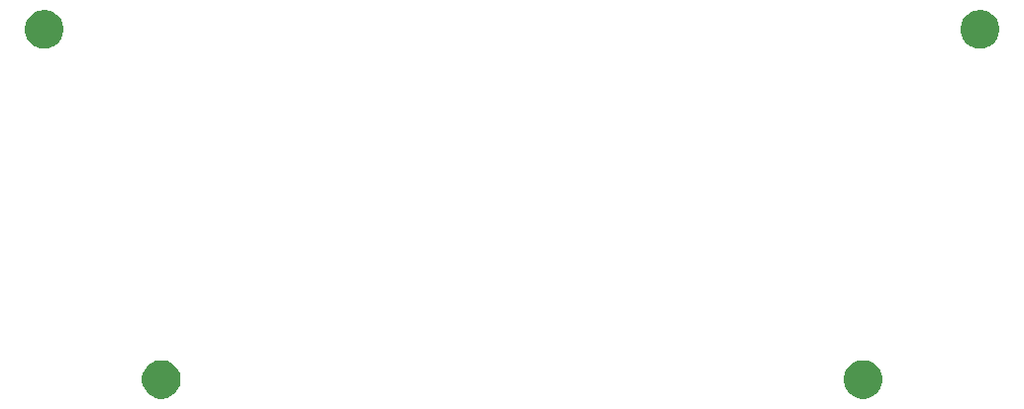
<source format=gbr>
G04 #@! TF.GenerationSoftware,KiCad,Pcbnew,(5.0.1)-3*
G04 #@! TF.CreationDate,2019-11-22T01:03:25+00:00*
G04 #@! TF.ProjectId,non-laser case,6E6F6E2D6C6173657220636173652E6B,rev?*
G04 #@! TF.SameCoordinates,Original*
G04 #@! TF.FileFunction,Soldermask,Top*
G04 #@! TF.FilePolarity,Negative*
%FSLAX46Y46*%
G04 Gerber Fmt 4.6, Leading zero omitted, Abs format (unit mm)*
G04 Created by KiCad (PCBNEW (5.0.1)-3) date 22/11/2019 01:03:25*
%MOMM*%
%LPD*%
G01*
G04 APERTURE LIST*
%ADD10C,0.100000*%
G04 APERTURE END LIST*
D10*
G36*
X210375256Y-128391298D02*
X210481579Y-128412447D01*
X210782042Y-128536903D01*
X211048852Y-128715180D01*
X211052454Y-128717587D01*
X211282413Y-128947546D01*
X211463098Y-129217960D01*
X211587553Y-129518422D01*
X211651000Y-129837389D01*
X211651000Y-130162611D01*
X211587553Y-130481578D01*
X211463098Y-130782040D01*
X211282413Y-131052454D01*
X211052454Y-131282413D01*
X211052451Y-131282415D01*
X210782042Y-131463097D01*
X210481579Y-131587553D01*
X210375256Y-131608702D01*
X210162611Y-131651000D01*
X209837389Y-131651000D01*
X209624744Y-131608702D01*
X209518421Y-131587553D01*
X209217958Y-131463097D01*
X208947549Y-131282415D01*
X208947546Y-131282413D01*
X208717587Y-131052454D01*
X208536902Y-130782040D01*
X208412447Y-130481578D01*
X208349000Y-130162611D01*
X208349000Y-129837389D01*
X208412447Y-129518422D01*
X208536902Y-129217960D01*
X208717587Y-128947546D01*
X208947546Y-128717587D01*
X208951148Y-128715180D01*
X209217958Y-128536903D01*
X209518421Y-128412447D01*
X209624744Y-128391298D01*
X209837389Y-128349000D01*
X210162611Y-128349000D01*
X210375256Y-128391298D01*
X210375256Y-128391298D01*
G37*
G36*
X150375256Y-128391298D02*
X150481579Y-128412447D01*
X150782042Y-128536903D01*
X151048852Y-128715180D01*
X151052454Y-128717587D01*
X151282413Y-128947546D01*
X151463098Y-129217960D01*
X151587553Y-129518422D01*
X151651000Y-129837389D01*
X151651000Y-130162611D01*
X151587553Y-130481578D01*
X151463098Y-130782040D01*
X151282413Y-131052454D01*
X151052454Y-131282413D01*
X151052451Y-131282415D01*
X150782042Y-131463097D01*
X150481579Y-131587553D01*
X150375256Y-131608702D01*
X150162611Y-131651000D01*
X149837389Y-131651000D01*
X149624744Y-131608702D01*
X149518421Y-131587553D01*
X149217958Y-131463097D01*
X148947549Y-131282415D01*
X148947546Y-131282413D01*
X148717587Y-131052454D01*
X148536902Y-130782040D01*
X148412447Y-130481578D01*
X148349000Y-130162611D01*
X148349000Y-129837389D01*
X148412447Y-129518422D01*
X148536902Y-129217960D01*
X148717587Y-128947546D01*
X148947546Y-128717587D01*
X148951148Y-128715180D01*
X149217958Y-128536903D01*
X149518421Y-128412447D01*
X149624744Y-128391298D01*
X149837389Y-128349000D01*
X150162611Y-128349000D01*
X150375256Y-128391298D01*
X150375256Y-128391298D01*
G37*
G36*
X220375256Y-98391298D02*
X220481579Y-98412447D01*
X220782042Y-98536903D01*
X221048852Y-98715180D01*
X221052454Y-98717587D01*
X221282413Y-98947546D01*
X221463098Y-99217960D01*
X221587553Y-99518422D01*
X221651000Y-99837389D01*
X221651000Y-100162611D01*
X221587553Y-100481578D01*
X221463098Y-100782040D01*
X221282413Y-101052454D01*
X221052454Y-101282413D01*
X221052451Y-101282415D01*
X220782042Y-101463097D01*
X220481579Y-101587553D01*
X220375256Y-101608702D01*
X220162611Y-101651000D01*
X219837389Y-101651000D01*
X219624744Y-101608702D01*
X219518421Y-101587553D01*
X219217958Y-101463097D01*
X218947549Y-101282415D01*
X218947546Y-101282413D01*
X218717587Y-101052454D01*
X218536902Y-100782040D01*
X218412447Y-100481578D01*
X218349000Y-100162611D01*
X218349000Y-99837389D01*
X218412447Y-99518422D01*
X218536902Y-99217960D01*
X218717587Y-98947546D01*
X218947546Y-98717587D01*
X218951148Y-98715180D01*
X219217958Y-98536903D01*
X219518421Y-98412447D01*
X219624744Y-98391298D01*
X219837389Y-98349000D01*
X220162611Y-98349000D01*
X220375256Y-98391298D01*
X220375256Y-98391298D01*
G37*
G36*
X140375256Y-98391298D02*
X140481579Y-98412447D01*
X140782042Y-98536903D01*
X141048852Y-98715180D01*
X141052454Y-98717587D01*
X141282413Y-98947546D01*
X141463098Y-99217960D01*
X141587553Y-99518422D01*
X141651000Y-99837389D01*
X141651000Y-100162611D01*
X141587553Y-100481578D01*
X141463098Y-100782040D01*
X141282413Y-101052454D01*
X141052454Y-101282413D01*
X141052451Y-101282415D01*
X140782042Y-101463097D01*
X140481579Y-101587553D01*
X140375256Y-101608702D01*
X140162611Y-101651000D01*
X139837389Y-101651000D01*
X139624744Y-101608702D01*
X139518421Y-101587553D01*
X139217958Y-101463097D01*
X138947549Y-101282415D01*
X138947546Y-101282413D01*
X138717587Y-101052454D01*
X138536902Y-100782040D01*
X138412447Y-100481578D01*
X138349000Y-100162611D01*
X138349000Y-99837389D01*
X138412447Y-99518422D01*
X138536902Y-99217960D01*
X138717587Y-98947546D01*
X138947546Y-98717587D01*
X138951148Y-98715180D01*
X139217958Y-98536903D01*
X139518421Y-98412447D01*
X139624744Y-98391298D01*
X139837389Y-98349000D01*
X140162611Y-98349000D01*
X140375256Y-98391298D01*
X140375256Y-98391298D01*
G37*
M02*

</source>
